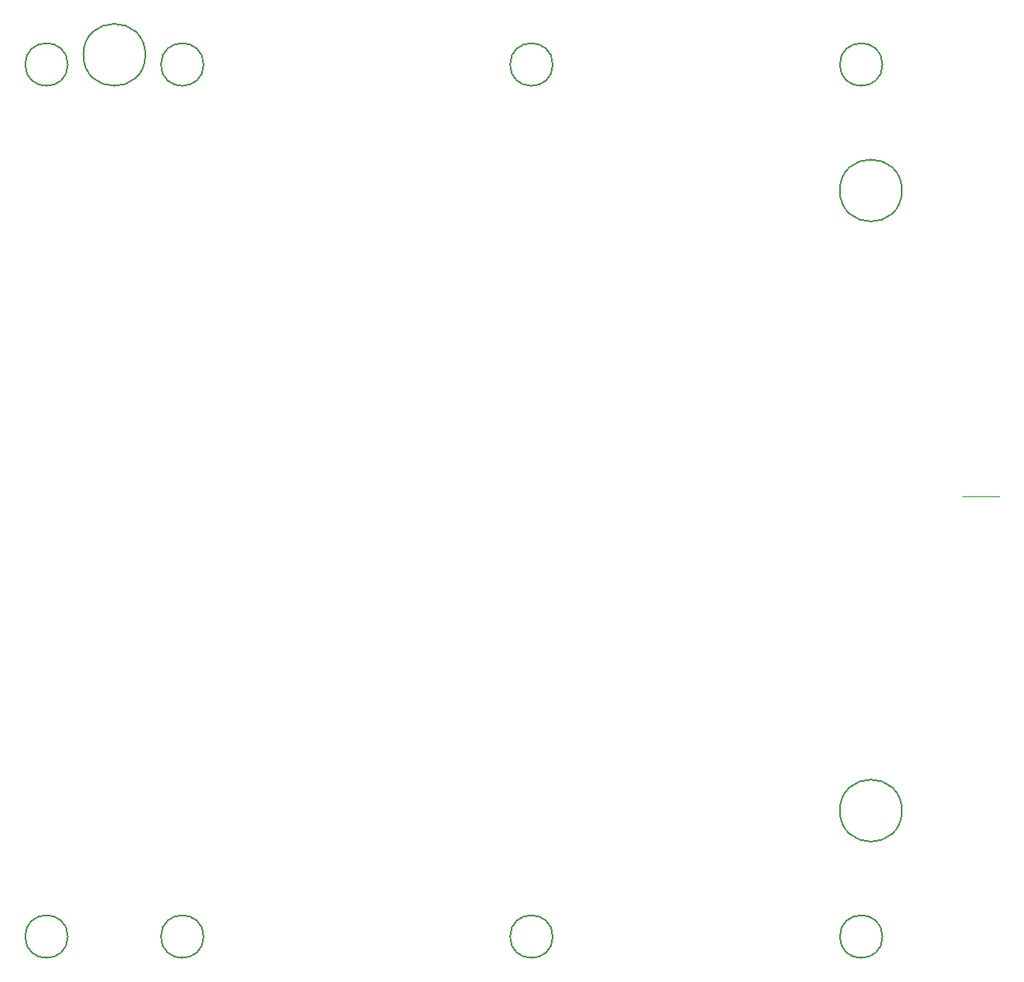
<source format=gbr>
%TF.GenerationSoftware,KiCad,Pcbnew,8.0.3-8.0.3-0~ubuntu22.04.1*%
%TF.CreationDate,2024-10-28T11:08:21+03:00*%
%TF.ProjectId,PM-DI16-DC24sink,504d2d44-4931-4362-9d44-43323473696e,rev?*%
%TF.SameCoordinates,Original*%
%TF.FileFunction,Other,Comment*%
%FSLAX46Y46*%
G04 Gerber Fmt 4.6, Leading zero omitted, Abs format (unit mm)*
G04 Created by KiCad (PCBNEW 8.0.3-8.0.3-0~ubuntu22.04.1) date 2024-10-28 11:08:21*
%MOMM*%
%LPD*%
G01*
G04 APERTURE LIST*
%ADD10C,0.100000*%
%ADD11C,0.150000*%
G04 APERTURE END LIST*
D10*
X59220000Y470000D02*
X55410000Y470000D01*
D11*
%TO.C,H1*%
X-28800000Y46000000D02*
G75*
G02*
X-35200000Y46000000I-3200000J0D01*
G01*
X-35200000Y46000000D02*
G75*
G02*
X-28800000Y46000000I3200000J0D01*
G01*
%TO.C,H3*%
X49200000Y-32000000D02*
G75*
G02*
X42800000Y-32000000I-3200000J0D01*
G01*
X42800000Y-32000000D02*
G75*
G02*
X49200000Y-32000000I3200000J0D01*
G01*
%TO.C,U12*%
X-36800000Y45000000D02*
G75*
G02*
X-41200000Y45000000I-2200000J0D01*
G01*
X-41200000Y45000000D02*
G75*
G02*
X-36800000Y45000000I2200000J0D01*
G01*
X-36800000Y-45000000D02*
G75*
G02*
X-41200000Y-45000000I-2200000J0D01*
G01*
X-41200000Y-45000000D02*
G75*
G02*
X-36800000Y-45000000I2200000J0D01*
G01*
X-22800000Y45000000D02*
G75*
G02*
X-27200000Y45000000I-2200000J0D01*
G01*
X-27200000Y45000000D02*
G75*
G02*
X-22800000Y45000000I2200000J0D01*
G01*
X-22800000Y-45000000D02*
G75*
G02*
X-27200000Y-45000000I-2200000J0D01*
G01*
X-27200000Y-45000000D02*
G75*
G02*
X-22800000Y-45000000I2200000J0D01*
G01*
%TO.C,H2*%
X49200000Y32000000D02*
G75*
G02*
X42800000Y32000000I-3200000J0D01*
G01*
X42800000Y32000000D02*
G75*
G02*
X49200000Y32000000I3200000J0D01*
G01*
%TO.C,U1*%
X13200000Y45000000D02*
G75*
G02*
X8800000Y45000000I-2200000J0D01*
G01*
X8800000Y45000000D02*
G75*
G02*
X13200000Y45000000I2200000J0D01*
G01*
X13200000Y-45000000D02*
G75*
G02*
X8800000Y-45000000I-2200000J0D01*
G01*
X8800000Y-45000000D02*
G75*
G02*
X13200000Y-45000000I2200000J0D01*
G01*
X47200000Y45000000D02*
G75*
G02*
X42800000Y45000000I-2200000J0D01*
G01*
X42800000Y45000000D02*
G75*
G02*
X47200000Y45000000I2200000J0D01*
G01*
X47200000Y-45000000D02*
G75*
G02*
X42800000Y-45000000I-2200000J0D01*
G01*
X42800000Y-45000000D02*
G75*
G02*
X47200000Y-45000000I2200000J0D01*
G01*
%TD*%
M02*

</source>
